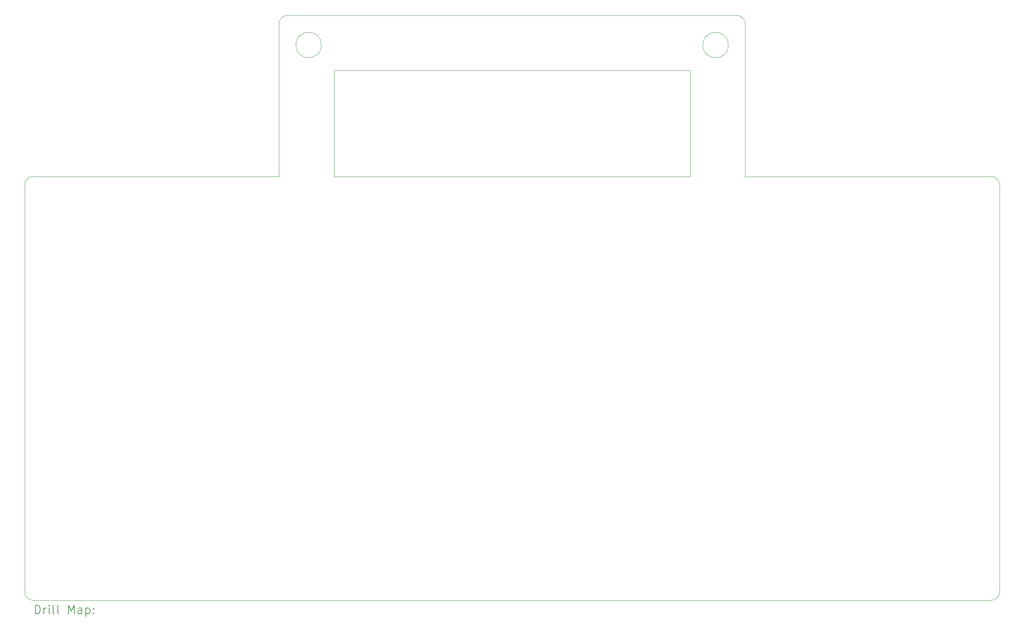
<source format=gbr>
%TF.GenerationSoftware,KiCad,Pcbnew,7.0.7*%
%TF.CreationDate,2024-02-02T14:59:29-08:00*%
%TF.ProjectId,DC32_Cnet_Badge_Main,44433332-5f43-46e6-9574-5f4261646765,rev?*%
%TF.SameCoordinates,Original*%
%TF.FileFunction,Drillmap*%
%TF.FilePolarity,Positive*%
%FSLAX45Y45*%
G04 Gerber Fmt 4.5, Leading zero omitted, Abs format (unit mm)*
G04 Created by KiCad (PCBNEW 7.0.7) date 2024-02-02 14:59:29*
%MOMM*%
%LPD*%
G01*
G04 APERTURE LIST*
%ADD10C,0.100000*%
%ADD11C,0.200000*%
G04 APERTURE END LIST*
D10*
X26500000Y-7900000D02*
X26500000Y-15700000D01*
X9700000Y-2100000D02*
G75*
G03*
X9500000Y-2300000I0J-200000D01*
G01*
X25000000Y-15900000D02*
X5000000Y-15900000D01*
X26300000Y-15900000D02*
X25000000Y-15900000D01*
X5000000Y-15900000D02*
X3700000Y-15900000D01*
X20500000Y-2900000D02*
X20500000Y-2300000D01*
X20500000Y-2900000D02*
X20500000Y-5900000D01*
X3500000Y-7900000D02*
X3500000Y-15700000D01*
X9500000Y-5900000D02*
X9500000Y-2900000D01*
X5000000Y-5900000D02*
X3700000Y-5900000D01*
X19200000Y-5900000D02*
X19200000Y-3400000D01*
X3500000Y-15700000D02*
G75*
G03*
X3700000Y-15900000I200000J0D01*
G01*
X9500000Y-2300000D02*
X9500000Y-2900000D01*
X20100000Y-2800000D02*
G75*
G03*
X20100000Y-2800000I-300000J0D01*
G01*
X3700000Y-5900000D02*
G75*
G03*
X3500000Y-6100000I0J-200000D01*
G01*
X26300000Y-15900000D02*
G75*
G03*
X26500000Y-15700000I0J200000D01*
G01*
X10500000Y-2800000D02*
G75*
G03*
X10500000Y-2800000I-300000J0D01*
G01*
X26500000Y-6100000D02*
G75*
G03*
X26300000Y-5900000I-200000J0D01*
G01*
X20500000Y-5900000D02*
X25000000Y-5900000D01*
X20300000Y-2100000D02*
X9700000Y-2100000D01*
X20500000Y-2300000D02*
G75*
G03*
X20300000Y-2100000I-200000J0D01*
G01*
X3500000Y-6100000D02*
X3500000Y-7900000D01*
X25000000Y-5900000D02*
X26300000Y-5900000D01*
X10800000Y-5900000D02*
X10800000Y-3400000D01*
X5000000Y-5900000D02*
X9500000Y-5900000D01*
X10800000Y-3400000D02*
X19200000Y-3400000D01*
X10800000Y-5900000D02*
X19200000Y-5900000D01*
X26500000Y-6100000D02*
X26500000Y-7900000D01*
D11*
X3755777Y-16216484D02*
X3755777Y-16016484D01*
X3755777Y-16016484D02*
X3803396Y-16016484D01*
X3803396Y-16016484D02*
X3831967Y-16026008D01*
X3831967Y-16026008D02*
X3851015Y-16045055D01*
X3851015Y-16045055D02*
X3860539Y-16064103D01*
X3860539Y-16064103D02*
X3870062Y-16102198D01*
X3870062Y-16102198D02*
X3870062Y-16130769D01*
X3870062Y-16130769D02*
X3860539Y-16168865D01*
X3860539Y-16168865D02*
X3851015Y-16187912D01*
X3851015Y-16187912D02*
X3831967Y-16206960D01*
X3831967Y-16206960D02*
X3803396Y-16216484D01*
X3803396Y-16216484D02*
X3755777Y-16216484D01*
X3955777Y-16216484D02*
X3955777Y-16083150D01*
X3955777Y-16121246D02*
X3965301Y-16102198D01*
X3965301Y-16102198D02*
X3974824Y-16092674D01*
X3974824Y-16092674D02*
X3993872Y-16083150D01*
X3993872Y-16083150D02*
X4012920Y-16083150D01*
X4079586Y-16216484D02*
X4079586Y-16083150D01*
X4079586Y-16016484D02*
X4070062Y-16026008D01*
X4070062Y-16026008D02*
X4079586Y-16035531D01*
X4079586Y-16035531D02*
X4089110Y-16026008D01*
X4089110Y-16026008D02*
X4079586Y-16016484D01*
X4079586Y-16016484D02*
X4079586Y-16035531D01*
X4203396Y-16216484D02*
X4184348Y-16206960D01*
X4184348Y-16206960D02*
X4174824Y-16187912D01*
X4174824Y-16187912D02*
X4174824Y-16016484D01*
X4308158Y-16216484D02*
X4289110Y-16206960D01*
X4289110Y-16206960D02*
X4279586Y-16187912D01*
X4279586Y-16187912D02*
X4279586Y-16016484D01*
X4536729Y-16216484D02*
X4536729Y-16016484D01*
X4536729Y-16016484D02*
X4603396Y-16159341D01*
X4603396Y-16159341D02*
X4670063Y-16016484D01*
X4670063Y-16016484D02*
X4670063Y-16216484D01*
X4851015Y-16216484D02*
X4851015Y-16111722D01*
X4851015Y-16111722D02*
X4841491Y-16092674D01*
X4841491Y-16092674D02*
X4822444Y-16083150D01*
X4822444Y-16083150D02*
X4784348Y-16083150D01*
X4784348Y-16083150D02*
X4765301Y-16092674D01*
X4851015Y-16206960D02*
X4831967Y-16216484D01*
X4831967Y-16216484D02*
X4784348Y-16216484D01*
X4784348Y-16216484D02*
X4765301Y-16206960D01*
X4765301Y-16206960D02*
X4755777Y-16187912D01*
X4755777Y-16187912D02*
X4755777Y-16168865D01*
X4755777Y-16168865D02*
X4765301Y-16149817D01*
X4765301Y-16149817D02*
X4784348Y-16140293D01*
X4784348Y-16140293D02*
X4831967Y-16140293D01*
X4831967Y-16140293D02*
X4851015Y-16130769D01*
X4946253Y-16083150D02*
X4946253Y-16283150D01*
X4946253Y-16092674D02*
X4965301Y-16083150D01*
X4965301Y-16083150D02*
X5003396Y-16083150D01*
X5003396Y-16083150D02*
X5022444Y-16092674D01*
X5022444Y-16092674D02*
X5031967Y-16102198D01*
X5031967Y-16102198D02*
X5041491Y-16121246D01*
X5041491Y-16121246D02*
X5041491Y-16178388D01*
X5041491Y-16178388D02*
X5031967Y-16197436D01*
X5031967Y-16197436D02*
X5022444Y-16206960D01*
X5022444Y-16206960D02*
X5003396Y-16216484D01*
X5003396Y-16216484D02*
X4965301Y-16216484D01*
X4965301Y-16216484D02*
X4946253Y-16206960D01*
X5127205Y-16197436D02*
X5136729Y-16206960D01*
X5136729Y-16206960D02*
X5127205Y-16216484D01*
X5127205Y-16216484D02*
X5117682Y-16206960D01*
X5117682Y-16206960D02*
X5127205Y-16197436D01*
X5127205Y-16197436D02*
X5127205Y-16216484D01*
X5127205Y-16092674D02*
X5136729Y-16102198D01*
X5136729Y-16102198D02*
X5127205Y-16111722D01*
X5127205Y-16111722D02*
X5117682Y-16102198D01*
X5117682Y-16102198D02*
X5127205Y-16092674D01*
X5127205Y-16092674D02*
X5127205Y-16111722D01*
M02*

</source>
